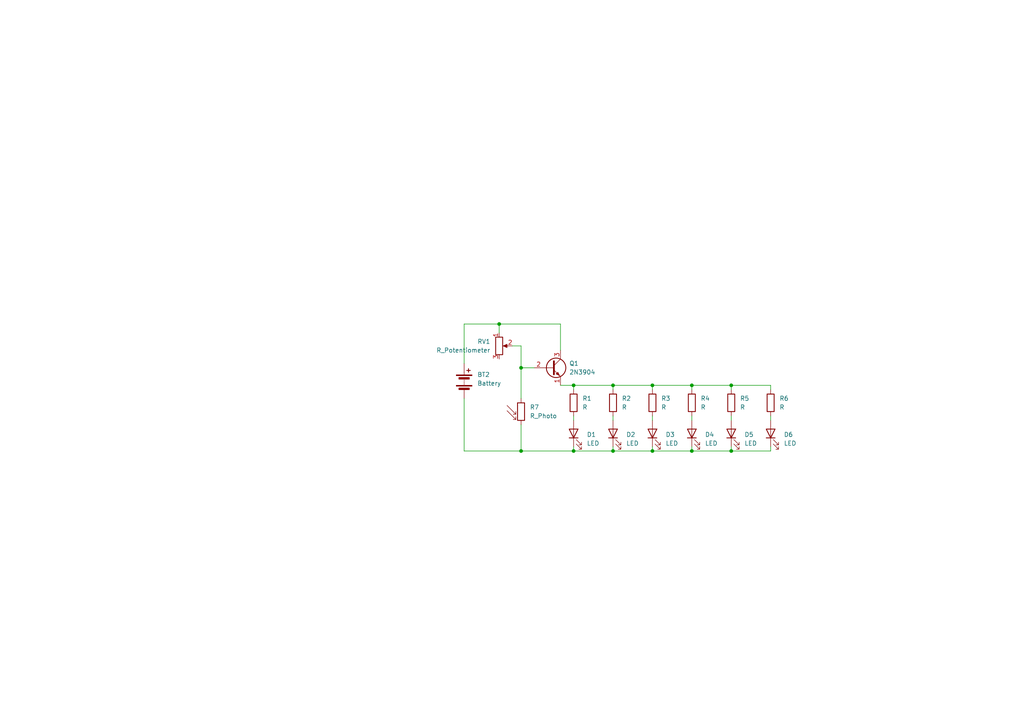
<source format=kicad_sch>
(kicad_sch (version 20250114) (generator "eeschema") (generator_version "9.0")
  (paper "A4")
  (lib_symbols
    (symbol "Device:Battery" (pin_numbers (hide yes)) (pin_names (offset 0) (hide yes))
      (property "Reference" "BT" (at 2.54 2.54 0))
      (property "Value" "Battery" (at 2.54 0 0))
      (symbol "Battery_0_1"
        (rectangle (start -2.286 1.778) (end 2.286 1.524) (fill (type outline)))
        (rectangle (start -2.286 -1.27) (end 2.286 -1.524) (fill (type outline)))
        (rectangle (start -1.524 1.016) (end 1.524 0.508) (fill (type outline)))
        (rectangle (start -1.524 -2.032) (end 1.524 -2.54) (fill (type outline)))
        (polyline (pts (xy 0 1.778) (xy 0 2.54)))
        (polyline (pts (xy 0 0) (xy 0 0.254)))
        (polyline (pts (xy 0 -0.508) (xy 0 -0.254)))
        (polyline (pts (xy 0 -1.016) (xy 0 -0.762)))
        (polyline (pts (xy 0.762 3.048) (xy 1.778 3.048)) (stroke (width 0.254)))
        (polyline (pts (xy 1.27 3.556) (xy 1.27 2.54)) (stroke (width 0.254)))
      )
      (symbol "Battery_1_1"
        (pin passive line (at 0 5.08 270) (length 2.54) (name "+") (number "1"))
        (pin passive line (at 0 -5.08 90) (length 2.54) (name "-") (number "2"))
      )
    )
    (symbol "Device:LED" (pin_numbers (hide yes)) (pin_names (offset 1.016) (hide yes))
      (property "Reference" "D" (at 0 2.54 0))
      (property "Value" "LED" (at 0 -2.54 0))
      (symbol "LED_0_1"
        (polyline (pts (xy -3.048 -0.762) (xy -4.572 -2.286) (xy -3.81 -2.286) (xy -4.572 -2.286) (xy -4.572 -1.524)))
        (polyline (pts (xy -1.778 -0.762) (xy -3.302 -2.286) (xy -2.54 -2.286) (xy -3.302 -2.286) (xy -3.302 -1.524)))
        (polyline (pts (xy -1.27 0) (xy 1.27 0)))
        (polyline (pts (xy -1.27 -1.27) (xy -1.27 1.27)) (stroke (width 0.254)))
        (polyline (pts (xy 1.27 -1.27) (xy 1.27 1.27) (xy -1.27 0) (xy 1.27 -1.27)) (stroke (width 0.254)))
      )
      (symbol "LED_1_1"
        (pin passive line (at -3.81 0 0) (length 2.54) (name "K") (number "1"))
        (pin passive line (at 3.81 0 180) (length 2.54) (name "A") (number "2"))
      )
    )
    (symbol "Device:R" (pin_numbers (hide yes)) (pin_names (offset 0))
      (property "Reference" "R" (at 2.032 0 90))
      (property "Value" "R" (at 0 0 90))
      (symbol "R_0_1"
        (rectangle (start -1.016 -2.54) (end 1.016 2.54) (stroke (width 0.254)))
      )
      (symbol "R_1_1"
        (pin passive line (at 0 3.81 270) (length 1.27) (name "~") (number "1"))
        (pin passive line (at 0 -3.81 90) (length 1.27) (name "~") (number "2"))
      )
    )
    (symbol "Device:R_Photo" (pin_numbers (hide yes)) (pin_names (offset 0))
      (property "Reference" "R" (at 1.27 1.27 0))
      (property "Value" "R_Photo" (at 1.27 0 0))
      (symbol "R_Photo_0_1"
        (polyline (pts (xy -1.524 -0.762) (xy -4.064 1.778)))
        (polyline (pts (xy -1.524 -0.762) (xy -2.286 -0.762)))
        (polyline (pts (xy -1.524 -0.762) (xy -1.524 0)))
        (polyline (pts (xy -1.524 -2.286) (xy -4.064 0.254)))
        (polyline (pts (xy -1.524 -2.286) (xy -2.286 -2.286)))
        (polyline (pts (xy -1.524 -2.286) (xy -1.524 -1.524)))
        (rectangle (start -1.016 2.54) (end 1.016 -2.54) (stroke (width 0.254)))
      )
      (symbol "R_Photo_1_1"
        (pin passive line (at 0 3.81 270) (length 1.27) (name "~") (number "1"))
        (pin passive line (at 0 -3.81 90) (length 1.27) (name "~") (number "2"))
      )
    )
    (symbol "Device:R_Potentiometer" (pin_names (offset 1.016) (hide yes))
      (property "Reference" "RV" (at -4.445 0 90))
      (property "Value" "R_Potentiometer" (at -2.54 0 90))
      (symbol "R_Potentiometer_0_1"
        (rectangle (start 1.016 2.54) (end -1.016 -2.54) (stroke (width 0.254)))
        (polyline (pts (xy 1.143 0) (xy 2.286 0.508) (xy 2.286 -0.508) (xy 1.143 0)) (fill (type outline)))
        (polyline (pts (xy 2.54 0) (xy 1.524 0)))
      )
      (symbol "R_Potentiometer_1_1"
        (pin passive line (at 0 3.81 270) (length 1.27) (name "1") (number "1"))
        (pin passive line (at 0 -3.81 90) (length 1.27) (name "3") (number "3"))
        (pin passive line (at 3.81 0 180) (length 1.27) (name "2") (number "2"))
      )
    )
    (symbol "Transistor_BJT:2N3904" (pin_names (offset 0) (hide yes))
      (property "Reference" "Q" (at 5.08 1.905 0))
      (property "Value" "2N3904" (at 5.08 0 0))
      (symbol "2N3904_0_1"
        (polyline (pts (xy -2.54 0) (xy 0.635 0)))
        (polyline (pts (xy 0.635 1.905) (xy 0.635 -1.905)) (stroke (width 0.508)))
        (circle (center 1.27 0) (radius 2.8194) (stroke (width 0.254)))
      )
      (symbol "2N3904_1_1"
        (polyline (pts (xy 0.635 0.635) (xy 2.54 2.54)))
        (polyline (pts (xy 0.635 -0.635) (xy 2.54 -2.54)))
        (polyline (pts (xy 1.27 -1.778) (xy 1.778 -1.27) (xy 2.286 -2.286) (xy 1.27 -1.778)) (fill (type outline)))
        (pin input line (at -5.08 0 0) (length 2.54) (name "B") (number "2"))
        (pin passive line (at 2.54 5.08 270) (length 2.54) (name "C") (number "3"))
        (pin passive line (at 2.54 -5.08 90) (length 2.54) (name "E") (number "1"))
      )
    )
  )
  (junction (at 166.37 111.76))
  (junction (at 177.8 111.76))
  (junction (at 151.13 130.81))
  (junction (at 189.23 111.76))
  (junction (at 144.78 93.98))
  (junction (at 151.13 106.68))
  (junction (at 166.37 130.81))
  (junction (at 200.66 111.76))
  (junction (at 212.09 111.76))
  (junction (at 177.8 130.81))
  (junction (at 212.09 130.81))
  (junction (at 200.66 130.81))
  (junction (at 189.23 130.81))
  (wire (pts (xy 177.8 111.76) (xy 189.23 111.76)))
  (wire (pts (xy 189.23 113.03) (xy 189.23 111.76)))
  (wire (pts (xy 134.62 93.98) (xy 144.78 93.98)))
  (wire (pts (xy 151.13 106.68) (xy 151.13 100.33)))
  (wire (pts (xy 166.37 111.76) (xy 166.37 113.03)))
  (wire (pts (xy 212.09 111.76) (xy 223.52 111.76)))
  (wire (pts (xy 177.8 111.76) (xy 177.8 113.03)))
  (wire (pts (xy 212.09 129.54) (xy 212.09 130.81)))
  (wire (pts (xy 200.66 111.76) (xy 212.09 111.76)))
  (wire (pts (xy 134.62 115.57) (xy 134.62 130.81)))
  (wire (pts (xy 200.66 130.81) (xy 212.09 130.81)))
  (wire (pts (xy 166.37 120.65) (xy 166.37 121.92)))
  (wire (pts (xy 151.13 130.81) (xy 151.13 123.19)))
  (wire (pts (xy 189.23 111.76) (xy 200.66 111.76)))
  (wire (pts (xy 144.78 93.98) (xy 162.56 93.98)))
  (wire (pts (xy 166.37 129.54) (xy 166.37 130.81)))
  (wire (pts (xy 151.13 100.33) (xy 148.59 100.33)))
  (wire (pts (xy 212.09 130.81) (xy 223.52 130.81)))
  (wire (pts (xy 151.13 106.68) (xy 154.94 106.68)))
  (wire (pts (xy 200.66 111.76) (xy 200.66 113.03)))
  (wire (pts (xy 223.52 120.65) (xy 223.52 121.92)))
  (wire (pts (xy 223.52 129.54) (xy 223.52 130.81)))
  (wire (pts (xy 162.56 93.98) (xy 162.56 101.6)))
  (wire (pts (xy 162.56 111.76) (xy 166.37 111.76)))
  (wire (pts (xy 151.13 106.68) (xy 151.13 115.57)))
  (wire (pts (xy 144.78 93.98) (xy 144.78 96.52)))
  (wire (pts (xy 189.23 121.92) (xy 189.23 120.65)))
  (wire (pts (xy 151.13 130.81) (xy 166.37 130.81)))
  (wire (pts (xy 166.37 111.76) (xy 177.8 111.76)))
  (wire (pts (xy 200.66 129.54) (xy 200.66 130.81)))
  (wire (pts (xy 200.66 120.65) (xy 200.66 121.92)))
  (wire (pts (xy 134.62 105.41) (xy 134.62 93.98)))
  (wire (pts (xy 189.23 130.81) (xy 200.66 130.81)))
  (wire (pts (xy 212.09 120.65) (xy 212.09 121.92)))
  (wire (pts (xy 177.8 129.54) (xy 177.8 130.81)))
  (wire (pts (xy 134.62 130.81) (xy 151.13 130.81)))
  (wire (pts (xy 177.8 130.81) (xy 189.23 130.81)))
  (wire (pts (xy 189.23 129.54) (xy 189.23 130.81)))
  (wire (pts (xy 177.8 120.65) (xy 177.8 121.92)))
  (wire (pts (xy 212.09 111.76) (xy 212.09 113.03)))
  (wire (pts (xy 223.52 111.76) (xy 223.52 113.03)))
  (wire (pts (xy 166.37 130.81) (xy 177.8 130.81)))
  (symbol (lib_id "Device:Battery") (at 134.62 110.49 0) (unit 1)
    (property "Reference" "BT2" (at 138.43 108.6484 0) (effects (justify left)))
    (property "Value" "Battery" (at 138.43 111.1884 0) (effects (justify left)))
    (property "Footprint" "Battery:BatteryHolder_Keystone_3034_1x20mm" (effects (hide yes)))
    (property "Description" "Multiple-cell battery" (effects (hide yes)))
  )
  (symbol (lib_id "Device:R") (at 223.52 116.84 0) (unit 1)
    (property "Reference" "R6" (at 226.06 115.5699 0) (effects (justify left)))
    (property "Value" "R" (at 226.06 118.1099 0) (effects (justify left)))
    (property "Footprint" "Resistor_THT:R_Axial_DIN0207_L6.3mm_D2.5mm_P7.62mm_Horizontal" (effects (hide yes)))
    (property "Description" "Resistor" (effects (hide yes)))
  )
  (symbol (lib_id "Device:R") (at 200.66 116.84 0) (unit 1)
    (property "Reference" "R4" (at 203.2 115.5699 0) (effects (justify left)))
    (property "Value" "R" (at 203.2 118.1099 0) (effects (justify left)))
    (property "Footprint" "Resistor_THT:R_Axial_DIN0207_L6.3mm_D2.5mm_P7.62mm_Horizontal" (effects (hide yes)))
    (property "Description" "Resistor" (effects (hide yes)))
  )
  (symbol (lib_id "Device:LED") (at 166.37 125.73 90) (unit 1)
    (property "Reference" "D1" (at 170.18 126.0474 90) (effects (justify right)))
    (property "Value" "LED" (at 170.18 128.5874 90) (effects (justify right)))
    (property "Footprint" "LED_THT:LED_D5.0mm" (effects (hide yes)))
    (property "Description" "Light emitting diode" (effects (hide yes)))
    (property "Sim.Pins" "1=K 2=A" (effects (hide yes)))
  )
  (symbol (lib_id "Device:R_Potentiometer") (at 144.78 100.33 0) (unit 1)
    (property "Reference" "RV1" (at 142.24 99.0599 0) (effects (justify right)))
    (property "Value" "R_Potentiometer" (at 142.24 101.5999 0) (effects (justify right)))
    (property "Footprint" "Potentiometer_THT:Potentiometer_Bourns_3296W_Vertical" (effects (hide yes)))
    (property "Description" "Potentiometer" (effects (hide yes)))
  )
  (symbol (lib_id "Device:R") (at 177.8 116.84 0) (unit 1)
    (property "Reference" "R2" (at 180.34 115.5699 0) (effects (justify left)))
    (property "Value" "R" (at 180.34 118.1099 0) (effects (justify left)))
    (property "Footprint" "Resistor_THT:R_Axial_DIN0207_L6.3mm_D2.5mm_P7.62mm_Horizontal" (effects (hide yes)))
    (property "Description" "Resistor" (effects (hide yes)))
  )
  (symbol (lib_id "Device:R") (at 166.37 116.84 0) (unit 1)
    (property "Reference" "R1" (at 168.91 115.5699 0) (effects (justify left)))
    (property "Value" "R" (at 168.91 118.1099 0) (effects (justify left)))
    (property "Footprint" "Resistor_THT:R_Axial_DIN0207_L6.3mm_D2.5mm_P7.62mm_Horizontal" (effects (hide yes)))
    (property "Description" "Resistor" (effects (hide yes)))
  )
  (symbol (lib_id "Device:LED") (at 189.23 125.73 90) (unit 1)
    (property "Reference" "D3" (at 193.04 126.0474 90) (effects (justify right)))
    (property "Value" "LED" (at 193.04 128.5874 90) (effects (justify right)))
    (property "Footprint" "LED_THT:LED_D5.0mm" (effects (hide yes)))
    (property "Description" "Light emitting diode" (effects (hide yes)))
    (property "Sim.Pins" "1=K 2=A" (effects (hide yes)))
  )
  (symbol (lib_id "Device:LED") (at 177.8 125.73 90) (unit 1)
    (property "Reference" "D2" (at 181.61 126.0474 90) (effects (justify right)))
    (property "Value" "LED" (at 181.61 128.5874 90) (effects (justify right)))
    (property "Footprint" "LED_THT:LED_D5.0mm" (effects (hide yes)))
    (property "Description" "Light emitting diode" (effects (hide yes)))
    (property "Sim.Pins" "1=K 2=A" (effects (hide yes)))
  )
  (symbol (lib_id "Device:R") (at 212.09 116.84 0) (unit 1)
    (property "Reference" "R5" (at 214.63 115.5699 0) (effects (justify left)))
    (property "Value" "R" (at 214.63 118.1099 0) (effects (justify left)))
    (property "Footprint" "Resistor_THT:R_Axial_DIN0207_L6.3mm_D2.5mm_P7.62mm_Horizontal" (effects (hide yes)))
    (property "Description" "Resistor" (effects (hide yes)))
  )
  (symbol (lib_id "Device:R_Photo") (at 151.13 119.38 0) (unit 1)
    (property "Reference" "R7" (at 153.67 118.1099 0) (effects (justify left)))
    (property "Value" "R_Photo" (at 153.67 120.6499 0) (effects (justify left)))
    (property "Footprint" "OptoDevice:R_LDR_5.1x4.3mm_P3.4mm_Vertical" (effects (hide yes)))
    (property "Description" "Photoresistor" (effects (hide yes)))
  )
  (symbol (lib_id "Device:LED") (at 212.09 125.73 90) (unit 1)
    (property "Reference" "D5" (at 215.9 126.0474 90) (effects (justify right)))
    (property "Value" "LED" (at 215.9 128.5874 90) (effects (justify right)))
    (property "Footprint" "LED_THT:LED_D5.0mm" (effects (hide yes)))
    (property "Description" "Light emitting diode" (effects (hide yes)))
    (property "Sim.Pins" "1=K 2=A" (effects (hide yes)))
  )
  (symbol (lib_id "Device:LED") (at 223.52 125.73 90) (unit 1)
    (property "Reference" "D6" (at 227.33 126.0474 90) (effects (justify right)))
    (property "Value" "LED" (at 227.33 128.5874 90) (effects (justify right)))
    (property "Footprint" "LED_THT:LED_D5.0mm" (effects (hide yes)))
    (property "Description" "Light emitting diode" (effects (hide yes)))
    (property "Sim.Pins" "1=K 2=A" (effects (hide yes)))
  )
  (symbol (lib_id "Transistor_BJT:2N3904") (at 160.02 106.68 0) (unit 1)
    (property "Reference" "Q1" (at 165.1 105.4099 0) (effects (justify left)))
    (property "Value" "2N3904" (at 165.1 107.9499 0) (effects (justify left)))
    (property "Footprint" "Package_TO_SOT_THT:TO-92_Inline" (effects (hide yes)))
    (property "Datasheet" "https://www.onsemi.com/pub/Collateral/2N3903-D.PDF" (effects (hide yes)))
    (property "Description" "0.2A Ic, 40V Vce, Small Signal NPN Transistor, TO-92" (effects (hide yes)))
  )
  (symbol (lib_id "Device:R") (at 189.23 116.84 0) (unit 1)
    (property "Reference" "R3" (at 191.77 115.5699 0) (effects (justify left)))
    (property "Value" "R" (at 191.77 118.1099 0) (effects (justify left)))
    (property "Footprint" "Resistor_THT:R_Axial_DIN0207_L6.3mm_D2.5mm_P7.62mm_Horizontal" (effects (hide yes)))
    (property "Description" "Resistor" (effects (hide yes)))
  )
  (symbol (lib_id "Device:LED") (at 200.66 125.73 90) (unit 1)
    (property "Reference" "D4" (at 204.47 126.0474 90) (effects (justify right)))
    (property "Value" "LED" (at 204.47 128.5874 90) (effects (justify right)))
    (property "Footprint" "LED_THT:LED_D5.0mm" (effects (hide yes)))
    (property "Description" "Light emitting diode" (effects (hide yes)))
    (property "Sim.Pins" "1=K 2=A" (effects (hide yes)))
  )
)
</source>
